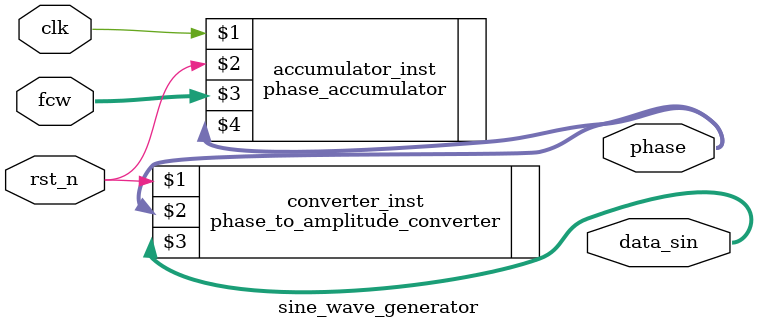
<source format=v>
module sine_wave_generator(  
									input clk,     // clock @ 1MHz
									input rst_n,     // reset signal
									input [7:0] fcw,
									output [9:0] phase,     // phase accumulator
									output [9:0] data_sin   // output sine wave values
    );    
        
	 
    phase_accumulator            accumulator_inst (clk, rst_n, fcw, phase);
    phase_to_amplitude_converter converter_inst   (rst_n, phase, data_sin);
	 
endmodule

</source>
